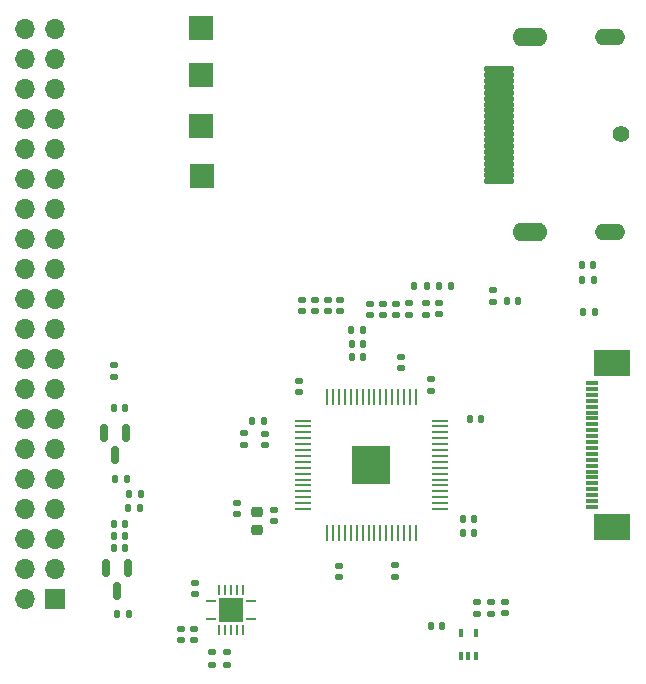
<source format=gts>
G04 #@! TF.GenerationSoftware,KiCad,Pcbnew,8.0.2*
G04 #@! TF.CreationDate,2024-05-18T01:19:45+05:00*
G04 #@! TF.ProjectId,EDP Converter,45445020-436f-46e7-9665-727465722e6b,rev?*
G04 #@! TF.SameCoordinates,Original*
G04 #@! TF.FileFunction,Soldermask,Top*
G04 #@! TF.FilePolarity,Negative*
%FSLAX46Y46*%
G04 Gerber Fmt 4.6, Leading zero omitted, Abs format (unit mm)*
G04 Created by KiCad (PCBNEW 8.0.2) date 2024-05-18 01:19:45*
%MOMM*%
%LPD*%
G01*
G04 APERTURE LIST*
G04 Aperture macros list*
%AMRoundRect*
0 Rectangle with rounded corners*
0 $1 Rounding radius*
0 $2 $3 $4 $5 $6 $7 $8 $9 X,Y pos of 4 corners*
0 Add a 4 corners polygon primitive as box body*
4,1,4,$2,$3,$4,$5,$6,$7,$8,$9,$2,$3,0*
0 Add four circle primitives for the rounded corners*
1,1,$1+$1,$2,$3*
1,1,$1+$1,$4,$5*
1,1,$1+$1,$6,$7*
1,1,$1+$1,$8,$9*
0 Add four rect primitives between the rounded corners*
20,1,$1+$1,$2,$3,$4,$5,0*
20,1,$1+$1,$4,$5,$6,$7,0*
20,1,$1+$1,$6,$7,$8,$9,0*
20,1,$1+$1,$8,$9,$2,$3,0*%
G04 Aperture macros list end*
%ADD10RoundRect,0.140000X0.140000X0.170000X-0.140000X0.170000X-0.140000X-0.170000X0.140000X-0.170000X0*%
%ADD11RoundRect,0.140000X-0.170000X0.140000X-0.170000X-0.140000X0.170000X-0.140000X0.170000X0.140000X0*%
%ADD12RoundRect,0.140000X-0.140000X-0.170000X0.140000X-0.170000X0.140000X0.170000X-0.140000X0.170000X0*%
%ADD13RoundRect,0.135000X-0.135000X-0.185000X0.135000X-0.185000X0.135000X0.185000X-0.135000X0.185000X0*%
%ADD14RoundRect,0.135000X0.185000X-0.135000X0.185000X0.135000X-0.185000X0.135000X-0.185000X-0.135000X0*%
%ADD15RoundRect,0.135000X-0.185000X0.135000X-0.185000X-0.135000X0.185000X-0.135000X0.185000X0.135000X0*%
%ADD16RoundRect,0.140000X0.170000X-0.140000X0.170000X0.140000X-0.170000X0.140000X-0.170000X-0.140000X0*%
%ADD17RoundRect,0.150000X-0.150000X0.587500X-0.150000X-0.587500X0.150000X-0.587500X0.150000X0.587500X0*%
%ADD18RoundRect,0.135000X0.135000X0.185000X-0.135000X0.185000X-0.135000X-0.185000X0.135000X-0.185000X0*%
%ADD19R,2.000000X2.000000*%
%ADD20C,1.400000*%
%ADD21RoundRect,0.076200X1.200000X0.140000X-1.200000X0.140000X-1.200000X-0.140000X1.200000X-0.140000X0*%
%ADD22O,2.952400X1.552400*%
%ADD23O,2.552400X1.352400*%
%ADD24R,0.279400X1.346200*%
%ADD25R,1.346200X0.279400*%
%ADD26R,3.302000X3.302000*%
%ADD27RoundRect,0.147500X0.172500X-0.147500X0.172500X0.147500X-0.172500X0.147500X-0.172500X-0.147500X0*%
%ADD28R,0.850000X0.280000*%
%ADD29R,0.280000X0.850000*%
%ADD30R,2.050000X2.050000*%
%ADD31RoundRect,0.100000X0.100000X-0.225000X0.100000X0.225000X-0.100000X0.225000X-0.100000X-0.225000X0*%
%ADD32R,1.100000X0.300000*%
%ADD33R,3.100000X2.300000*%
%ADD34RoundRect,0.225000X-0.250000X0.225000X-0.250000X-0.225000X0.250000X-0.225000X0.250000X0.225000X0*%
%ADD35R,1.700000X1.700000*%
%ADD36O,1.700000X1.700000*%
G04 APERTURE END LIST*
D10*
X132205000Y-127975000D03*
X131245000Y-127975000D03*
D11*
X117950000Y-118120000D03*
X117950000Y-119080000D03*
D12*
X124540000Y-104050000D03*
X125500000Y-104050000D03*
D13*
X105642500Y-116750000D03*
X106662500Y-116750000D03*
D12*
X134520000Y-110400000D03*
X135480000Y-110400000D03*
D14*
X104387500Y-106885000D03*
X104387500Y-105865000D03*
D15*
X115400000Y-111640000D03*
X115400000Y-112660000D03*
D12*
X133920000Y-118900000D03*
X134880000Y-118900000D03*
D16*
X128250000Y-101615000D03*
X128250000Y-100655000D03*
D11*
X123425000Y-122845000D03*
X123425000Y-123805000D03*
D12*
X124520000Y-105200000D03*
X125480000Y-105200000D03*
X133920000Y-120100000D03*
X134880000Y-120100000D03*
D16*
X117150000Y-112655000D03*
X117150000Y-111695000D03*
D17*
X105450000Y-111587500D03*
X103550000Y-111587500D03*
X104500000Y-113462500D03*
D18*
X132910000Y-99200000D03*
X131890000Y-99200000D03*
D11*
X114800000Y-117520000D03*
X114800000Y-118480000D03*
D12*
X124495000Y-102900000D03*
X125455000Y-102900000D03*
X104407500Y-109500000D03*
X105367500Y-109500000D03*
D19*
X111875000Y-89850000D03*
D11*
X128200000Y-122800000D03*
X128200000Y-123760000D03*
D20*
X147300000Y-86300000D03*
D21*
X137020000Y-80800000D03*
X137020000Y-81300000D03*
X137020000Y-81800000D03*
X137020000Y-82300000D03*
X137020000Y-82800000D03*
X137020000Y-83300000D03*
X137020000Y-83800000D03*
X137020000Y-84300000D03*
X137020000Y-84800000D03*
X137020000Y-85300000D03*
X137020000Y-85800000D03*
X137020000Y-86300000D03*
X137020000Y-86800000D03*
X137020000Y-87300000D03*
X137020000Y-87800000D03*
X137020000Y-88300000D03*
X137020000Y-88800000D03*
X137020000Y-89300000D03*
X137020000Y-89800000D03*
X137020000Y-90300000D03*
D22*
X139620000Y-94550000D03*
X139620000Y-78050000D03*
D23*
X146400000Y-94550000D03*
X146400000Y-78050000D03*
D16*
X123525000Y-101300000D03*
X123525000Y-100340000D03*
D24*
X122450000Y-120078500D03*
X122949999Y-120078500D03*
X123450000Y-120078500D03*
X123949999Y-120078500D03*
X124450001Y-120078500D03*
X124950000Y-120078500D03*
X125449999Y-120078500D03*
X125950000Y-120078500D03*
X126450000Y-120078500D03*
X126950001Y-120078500D03*
X127450000Y-120078500D03*
X127949999Y-120078500D03*
X128450001Y-120078500D03*
X128950000Y-120078500D03*
X129450001Y-120078500D03*
X129950000Y-120078500D03*
D25*
X131978500Y-118050000D03*
X131978500Y-117550001D03*
X131978500Y-117050000D03*
X131978500Y-116550001D03*
X131978500Y-116049999D03*
X131978500Y-115550000D03*
X131978500Y-115050001D03*
X131978500Y-114550000D03*
X131978500Y-114050000D03*
X131978500Y-113549999D03*
X131978500Y-113050000D03*
X131978500Y-112550001D03*
X131978500Y-112049999D03*
X131978500Y-111550000D03*
X131978500Y-111049999D03*
X131978500Y-110550000D03*
D24*
X129950000Y-108521500D03*
X129450001Y-108521500D03*
X128950000Y-108521500D03*
X128450001Y-108521500D03*
X127949999Y-108521500D03*
X127450000Y-108521500D03*
X126950001Y-108521500D03*
X126450000Y-108521500D03*
X125950000Y-108521500D03*
X125449999Y-108521500D03*
X124950000Y-108521500D03*
X124450001Y-108521500D03*
X123949999Y-108521500D03*
X123450000Y-108521500D03*
X122949999Y-108521500D03*
X122450000Y-108521500D03*
D25*
X120421500Y-110550000D03*
X120421500Y-111049999D03*
X120421500Y-111550000D03*
X120421500Y-112049999D03*
X120421500Y-112550001D03*
X120421500Y-113050000D03*
X120421500Y-113549999D03*
X120421500Y-114050000D03*
X120421500Y-114550000D03*
X120421500Y-115050001D03*
X120421500Y-115550000D03*
X120421500Y-116049999D03*
X120421500Y-116550001D03*
X120421500Y-117050000D03*
X120421500Y-117550001D03*
X120421500Y-118050000D03*
D26*
X126200000Y-114300000D03*
D27*
X137500000Y-126885000D03*
X137500000Y-125915000D03*
D16*
X127150000Y-101630000D03*
X127150000Y-100670000D03*
X128700000Y-106130000D03*
X128700000Y-105170000D03*
D11*
X110050000Y-128195000D03*
X110050000Y-129155000D03*
D16*
X120300000Y-101295000D03*
X120300000Y-100335000D03*
D12*
X104507500Y-115500000D03*
X105467500Y-115500000D03*
D18*
X130860000Y-99200000D03*
X129840000Y-99200000D03*
D11*
X111175000Y-128170000D03*
X111175000Y-129130000D03*
D16*
X131900000Y-101555000D03*
X131900000Y-100595000D03*
X130850000Y-101580000D03*
X130850000Y-100620000D03*
D15*
X135100000Y-125890000D03*
X135100000Y-126910000D03*
D19*
X111800000Y-85600000D03*
X111775000Y-81325000D03*
D14*
X114000000Y-131210000D03*
X114000000Y-130190000D03*
D12*
X144020000Y-97400000D03*
X144980000Y-97400000D03*
D28*
X112575000Y-127350000D03*
D29*
X113300000Y-128325000D03*
X113800000Y-128325000D03*
X114300000Y-128325000D03*
X114800000Y-128325000D03*
X115300000Y-128325000D03*
D28*
X116025000Y-127350000D03*
X116025000Y-125850000D03*
D29*
X115300000Y-124875000D03*
X114800000Y-124875000D03*
X114300000Y-124875000D03*
X113800000Y-124875000D03*
X113300000Y-124875000D03*
D28*
X112575000Y-125850000D03*
D30*
X114300000Y-126600000D03*
D12*
X104682500Y-126962500D03*
X105642500Y-126962500D03*
D14*
X136470000Y-100510000D03*
X136470000Y-99490000D03*
D16*
X129400000Y-101590000D03*
X129400000Y-100630000D03*
D31*
X133750000Y-130450000D03*
X134400000Y-130450000D03*
X135050000Y-130450000D03*
X135050000Y-128550000D03*
X133750000Y-128550000D03*
D32*
X144875000Y-117875000D03*
X144875000Y-117375000D03*
X144875000Y-116875000D03*
X144875000Y-116375000D03*
X144875000Y-115875000D03*
X144875000Y-115375000D03*
X144875000Y-114875000D03*
X144875000Y-114375000D03*
X144875000Y-113875000D03*
X144875000Y-113375000D03*
X144875000Y-112875000D03*
X144875000Y-112375000D03*
X144875000Y-111875000D03*
X144875000Y-111375000D03*
X144875000Y-110875000D03*
X144875000Y-110375000D03*
X144875000Y-109875000D03*
X144875000Y-109375000D03*
X144875000Y-108875000D03*
X144875000Y-108375000D03*
X144875000Y-107875000D03*
X144875000Y-107375000D03*
D33*
X146575000Y-119545000D03*
X146575000Y-105705000D03*
D16*
X120100000Y-108130000D03*
X120100000Y-107170000D03*
D17*
X105625000Y-123075000D03*
X103725000Y-123075000D03*
X104675000Y-124950000D03*
D10*
X138600000Y-100400000D03*
X137640000Y-100400000D03*
D16*
X121420000Y-101300000D03*
X121420000Y-100340000D03*
D14*
X136300000Y-126910000D03*
X136300000Y-125890000D03*
D18*
X145110000Y-101400000D03*
X144090000Y-101400000D03*
D16*
X131200000Y-108030000D03*
X131200000Y-107070000D03*
X122500000Y-101300000D03*
X122500000Y-100340000D03*
D12*
X104407500Y-120325000D03*
X105367500Y-120325000D03*
D13*
X116090000Y-110600000D03*
X117110000Y-110600000D03*
D16*
X111225000Y-125280000D03*
X111225000Y-124320000D03*
D13*
X105617500Y-117925000D03*
X106637500Y-117925000D03*
D16*
X126100000Y-101630000D03*
X126100000Y-100670000D03*
D12*
X104382500Y-119300000D03*
X105342500Y-119300000D03*
D18*
X145080000Y-98675000D03*
X144060000Y-98675000D03*
D19*
X111800000Y-77350000D03*
D34*
X116500000Y-118300000D03*
X116500000Y-119850000D03*
D14*
X112675000Y-131210000D03*
X112675000Y-130190000D03*
D12*
X104407500Y-121375000D03*
X105367500Y-121375000D03*
D35*
X99440000Y-125640000D03*
D36*
X96900000Y-125640000D03*
X99440000Y-123100000D03*
X96900000Y-123100000D03*
X99440000Y-120560000D03*
X96900000Y-120560000D03*
X99440000Y-118020000D03*
X96900000Y-118020000D03*
X99440000Y-115480000D03*
X96900000Y-115480000D03*
X99440000Y-112940000D03*
X96900000Y-112940000D03*
X99440000Y-110400000D03*
X96900000Y-110400000D03*
X99440000Y-107860000D03*
X96900000Y-107860000D03*
X99440000Y-105320000D03*
X96900000Y-105320000D03*
X99440000Y-102780000D03*
X96900000Y-102780000D03*
X99440000Y-100240000D03*
X96900000Y-100240000D03*
X99440000Y-97700000D03*
X96900000Y-97700000D03*
X99440000Y-95160000D03*
X96900000Y-95160000D03*
X99440000Y-92620000D03*
X96900000Y-92620000D03*
X99440000Y-90080000D03*
X96900000Y-90080000D03*
X99440000Y-87540000D03*
X96900000Y-87540000D03*
X99440000Y-85000000D03*
X96900000Y-85000000D03*
X99440000Y-82460000D03*
X96900000Y-82460000D03*
X99440000Y-79920000D03*
X96900000Y-79920000D03*
X99440000Y-77380000D03*
X96900000Y-77380000D03*
M02*

</source>
